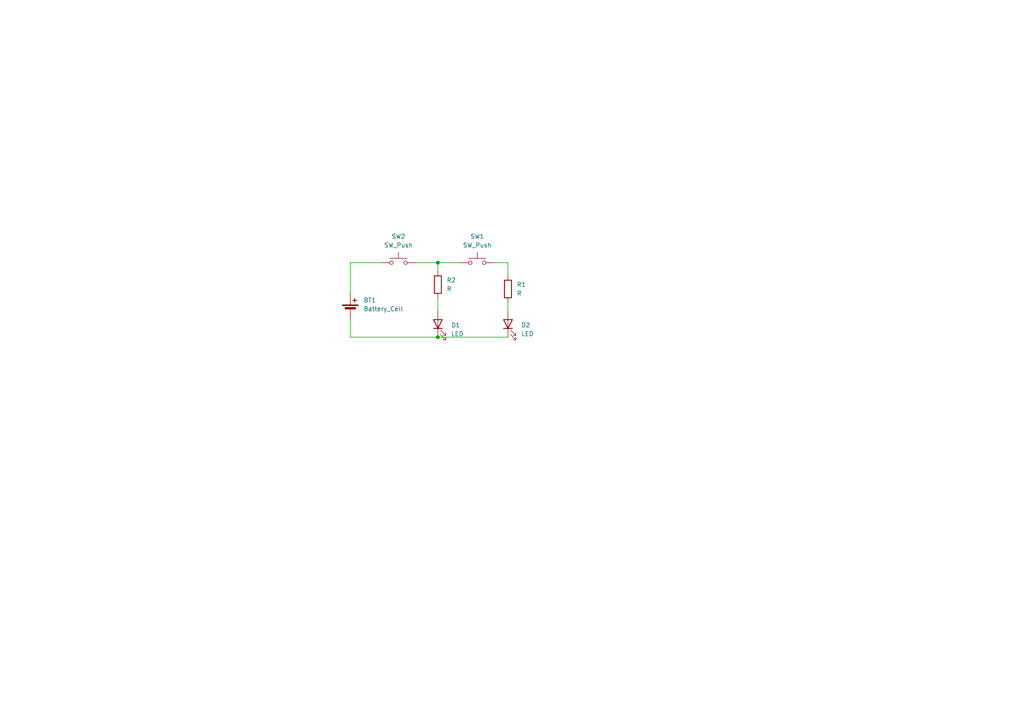
<source format=kicad_sch>
(kicad_sch
	(version 20250114)
	(generator "eeschema")
	(generator_version "9.0")
	(uuid "897f187c-2610-47d4-bf2b-66e1fd8d732f")
	(paper "A4")
	(lib_symbols
		(symbol "Device:Battery_Cell"
			(pin_numbers
				(hide yes)
			)
			(pin_names
				(offset 0)
				(hide yes)
			)
			(exclude_from_sim no)
			(in_bom yes)
			(on_board yes)
			(property "Reference" "BT"
				(at 2.54 2.54 0)
				(effects
					(font
						(size 1.27 1.27)
					)
					(justify left)
				)
			)
			(property "Value" "Battery_Cell"
				(at 2.54 0 0)
				(effects
					(font
						(size 1.27 1.27)
					)
					(justify left)
				)
			)
			(property "Footprint" ""
				(at 0 1.524 90)
				(effects
					(font
						(size 1.27 1.27)
					)
					(hide yes)
				)
			)
			(property "Datasheet" "~"
				(at 0 1.524 90)
				(effects
					(font
						(size 1.27 1.27)
					)
					(hide yes)
				)
			)
			(property "Description" "Single-cell battery"
				(at 0 0 0)
				(effects
					(font
						(size 1.27 1.27)
					)
					(hide yes)
				)
			)
			(property "ki_keywords" "battery cell"
				(at 0 0 0)
				(effects
					(font
						(size 1.27 1.27)
					)
					(hide yes)
				)
			)
			(symbol "Battery_Cell_0_1"
				(rectangle
					(start -2.286 1.778)
					(end 2.286 1.524)
					(stroke
						(width 0)
						(type default)
					)
					(fill
						(type outline)
					)
				)
				(rectangle
					(start -1.524 1.016)
					(end 1.524 0.508)
					(stroke
						(width 0)
						(type default)
					)
					(fill
						(type outline)
					)
				)
				(polyline
					(pts
						(xy 0 1.778) (xy 0 2.54)
					)
					(stroke
						(width 0)
						(type default)
					)
					(fill
						(type none)
					)
				)
				(polyline
					(pts
						(xy 0 0.762) (xy 0 0)
					)
					(stroke
						(width 0)
						(type default)
					)
					(fill
						(type none)
					)
				)
				(polyline
					(pts
						(xy 0.762 3.048) (xy 1.778 3.048)
					)
					(stroke
						(width 0.254)
						(type default)
					)
					(fill
						(type none)
					)
				)
				(polyline
					(pts
						(xy 1.27 3.556) (xy 1.27 2.54)
					)
					(stroke
						(width 0.254)
						(type default)
					)
					(fill
						(type none)
					)
				)
			)
			(symbol "Battery_Cell_1_1"
				(pin passive line
					(at 0 5.08 270)
					(length 2.54)
					(name "+"
						(effects
							(font
								(size 1.27 1.27)
							)
						)
					)
					(number "1"
						(effects
							(font
								(size 1.27 1.27)
							)
						)
					)
				)
				(pin passive line
					(at 0 -2.54 90)
					(length 2.54)
					(name "-"
						(effects
							(font
								(size 1.27 1.27)
							)
						)
					)
					(number "2"
						(effects
							(font
								(size 1.27 1.27)
							)
						)
					)
				)
			)
			(embedded_fonts no)
		)
		(symbol "Device:LED"
			(pin_numbers
				(hide yes)
			)
			(pin_names
				(offset 1.016)
				(hide yes)
			)
			(exclude_from_sim no)
			(in_bom yes)
			(on_board yes)
			(property "Reference" "D"
				(at 0 2.54 0)
				(effects
					(font
						(size 1.27 1.27)
					)
				)
			)
			(property "Value" "LED"
				(at 0 -2.54 0)
				(effects
					(font
						(size 1.27 1.27)
					)
				)
			)
			(property "Footprint" ""
				(at 0 0 0)
				(effects
					(font
						(size 1.27 1.27)
					)
					(hide yes)
				)
			)
			(property "Datasheet" "~"
				(at 0 0 0)
				(effects
					(font
						(size 1.27 1.27)
					)
					(hide yes)
				)
			)
			(property "Description" "Light emitting diode"
				(at 0 0 0)
				(effects
					(font
						(size 1.27 1.27)
					)
					(hide yes)
				)
			)
			(property "Sim.Pins" "1=K 2=A"
				(at 0 0 0)
				(effects
					(font
						(size 1.27 1.27)
					)
					(hide yes)
				)
			)
			(property "ki_keywords" "LED diode"
				(at 0 0 0)
				(effects
					(font
						(size 1.27 1.27)
					)
					(hide yes)
				)
			)
			(property "ki_fp_filters" "LED* LED_SMD:* LED_THT:*"
				(at 0 0 0)
				(effects
					(font
						(size 1.27 1.27)
					)
					(hide yes)
				)
			)
			(symbol "LED_0_1"
				(polyline
					(pts
						(xy -3.048 -0.762) (xy -4.572 -2.286) (xy -3.81 -2.286) (xy -4.572 -2.286) (xy -4.572 -1.524)
					)
					(stroke
						(width 0)
						(type default)
					)
					(fill
						(type none)
					)
				)
				(polyline
					(pts
						(xy -1.778 -0.762) (xy -3.302 -2.286) (xy -2.54 -2.286) (xy -3.302 -2.286) (xy -3.302 -1.524)
					)
					(stroke
						(width 0)
						(type default)
					)
					(fill
						(type none)
					)
				)
				(polyline
					(pts
						(xy -1.27 0) (xy 1.27 0)
					)
					(stroke
						(width 0)
						(type default)
					)
					(fill
						(type none)
					)
				)
				(polyline
					(pts
						(xy -1.27 -1.27) (xy -1.27 1.27)
					)
					(stroke
						(width 0.254)
						(type default)
					)
					(fill
						(type none)
					)
				)
				(polyline
					(pts
						(xy 1.27 -1.27) (xy 1.27 1.27) (xy -1.27 0) (xy 1.27 -1.27)
					)
					(stroke
						(width 0.254)
						(type default)
					)
					(fill
						(type none)
					)
				)
			)
			(symbol "LED_1_1"
				(pin passive line
					(at -3.81 0 0)
					(length 2.54)
					(name "K"
						(effects
							(font
								(size 1.27 1.27)
							)
						)
					)
					(number "1"
						(effects
							(font
								(size 1.27 1.27)
							)
						)
					)
				)
				(pin passive line
					(at 3.81 0 180)
					(length 2.54)
					(name "A"
						(effects
							(font
								(size 1.27 1.27)
							)
						)
					)
					(number "2"
						(effects
							(font
								(size 1.27 1.27)
							)
						)
					)
				)
			)
			(embedded_fonts no)
		)
		(symbol "Device:R"
			(pin_numbers
				(hide yes)
			)
			(pin_names
				(offset 0)
			)
			(exclude_from_sim no)
			(in_bom yes)
			(on_board yes)
			(property "Reference" "R"
				(at 2.032 0 90)
				(effects
					(font
						(size 1.27 1.27)
					)
				)
			)
			(property "Value" "R"
				(at 0 0 90)
				(effects
					(font
						(size 1.27 1.27)
					)
				)
			)
			(property "Footprint" ""
				(at -1.778 0 90)
				(effects
					(font
						(size 1.27 1.27)
					)
					(hide yes)
				)
			)
			(property "Datasheet" "~"
				(at 0 0 0)
				(effects
					(font
						(size 1.27 1.27)
					)
					(hide yes)
				)
			)
			(property "Description" "Resistor"
				(at 0 0 0)
				(effects
					(font
						(size 1.27 1.27)
					)
					(hide yes)
				)
			)
			(property "ki_keywords" "R res resistor"
				(at 0 0 0)
				(effects
					(font
						(size 1.27 1.27)
					)
					(hide yes)
				)
			)
			(property "ki_fp_filters" "R_*"
				(at 0 0 0)
				(effects
					(font
						(size 1.27 1.27)
					)
					(hide yes)
				)
			)
			(symbol "R_0_1"
				(rectangle
					(start -1.016 -2.54)
					(end 1.016 2.54)
					(stroke
						(width 0.254)
						(type default)
					)
					(fill
						(type none)
					)
				)
			)
			(symbol "R_1_1"
				(pin passive line
					(at 0 3.81 270)
					(length 1.27)
					(name "~"
						(effects
							(font
								(size 1.27 1.27)
							)
						)
					)
					(number "1"
						(effects
							(font
								(size 1.27 1.27)
							)
						)
					)
				)
				(pin passive line
					(at 0 -3.81 90)
					(length 1.27)
					(name "~"
						(effects
							(font
								(size 1.27 1.27)
							)
						)
					)
					(number "2"
						(effects
							(font
								(size 1.27 1.27)
							)
						)
					)
				)
			)
			(embedded_fonts no)
		)
		(symbol "Switch:SW_Push"
			(pin_numbers
				(hide yes)
			)
			(pin_names
				(offset 1.016)
				(hide yes)
			)
			(exclude_from_sim no)
			(in_bom yes)
			(on_board yes)
			(property "Reference" "SW"
				(at 1.27 2.54 0)
				(effects
					(font
						(size 1.27 1.27)
					)
					(justify left)
				)
			)
			(property "Value" "SW_Push"
				(at 0 -1.524 0)
				(effects
					(font
						(size 1.27 1.27)
					)
				)
			)
			(property "Footprint" ""
				(at 0 5.08 0)
				(effects
					(font
						(size 1.27 1.27)
					)
					(hide yes)
				)
			)
			(property "Datasheet" "~"
				(at 0 5.08 0)
				(effects
					(font
						(size 1.27 1.27)
					)
					(hide yes)
				)
			)
			(property "Description" "Push button switch, generic, two pins"
				(at 0 0 0)
				(effects
					(font
						(size 1.27 1.27)
					)
					(hide yes)
				)
			)
			(property "ki_keywords" "switch normally-open pushbutton push-button"
				(at 0 0 0)
				(effects
					(font
						(size 1.27 1.27)
					)
					(hide yes)
				)
			)
			(symbol "SW_Push_0_1"
				(circle
					(center -2.032 0)
					(radius 0.508)
					(stroke
						(width 0)
						(type default)
					)
					(fill
						(type none)
					)
				)
				(polyline
					(pts
						(xy 0 1.27) (xy 0 3.048)
					)
					(stroke
						(width 0)
						(type default)
					)
					(fill
						(type none)
					)
				)
				(circle
					(center 2.032 0)
					(radius 0.508)
					(stroke
						(width 0)
						(type default)
					)
					(fill
						(type none)
					)
				)
				(polyline
					(pts
						(xy 2.54 1.27) (xy -2.54 1.27)
					)
					(stroke
						(width 0)
						(type default)
					)
					(fill
						(type none)
					)
				)
				(pin passive line
					(at -5.08 0 0)
					(length 2.54)
					(name "1"
						(effects
							(font
								(size 1.27 1.27)
							)
						)
					)
					(number "1"
						(effects
							(font
								(size 1.27 1.27)
							)
						)
					)
				)
				(pin passive line
					(at 5.08 0 180)
					(length 2.54)
					(name "2"
						(effects
							(font
								(size 1.27 1.27)
							)
						)
					)
					(number "2"
						(effects
							(font
								(size 1.27 1.27)
							)
						)
					)
				)
			)
			(embedded_fonts no)
		)
	)
	(junction
		(at 127 76.2)
		(diameter 0)
		(color 0 0 0 0)
		(uuid "36a85097-b60e-4269-9794-3c94df28cc73")
	)
	(junction
		(at 127 97.79)
		(diameter 0)
		(color 0 0 0 0)
		(uuid "f26f5cb8-5f0f-4be5-9bfc-d83dae96e077")
	)
	(wire
		(pts
			(xy 127 76.2) (xy 133.35 76.2)
		)
		(stroke
			(width 0)
			(type default)
		)
		(uuid "12c8cbc9-044e-47cd-a896-fe029eb792e6")
	)
	(wire
		(pts
			(xy 101.6 97.79) (xy 101.6 92.71)
		)
		(stroke
			(width 0)
			(type default)
		)
		(uuid "42181205-832e-46b5-8027-a1ac045fe26a")
	)
	(wire
		(pts
			(xy 127 76.2) (xy 127 78.74)
		)
		(stroke
			(width 0)
			(type default)
		)
		(uuid "464e9ec9-0bdf-4aef-8eb4-dc3b709d5f5e")
	)
	(wire
		(pts
			(xy 101.6 76.2) (xy 110.49 76.2)
		)
		(stroke
			(width 0)
			(type default)
		)
		(uuid "4c64613b-3a7b-4b1b-9af4-80d01d428fb8")
	)
	(wire
		(pts
			(xy 143.51 76.2) (xy 147.32 76.2)
		)
		(stroke
			(width 0)
			(type default)
		)
		(uuid "55b95d4f-2d8f-4b02-b240-62097e8b7c24")
	)
	(wire
		(pts
			(xy 101.6 85.09) (xy 101.6 76.2)
		)
		(stroke
			(width 0)
			(type default)
		)
		(uuid "616a06db-7c5d-42a7-9b66-94532555f2cf")
	)
	(wire
		(pts
			(xy 147.32 87.63) (xy 147.32 90.17)
		)
		(stroke
			(width 0)
			(type default)
		)
		(uuid "631f6935-e5dd-45b1-843a-78a7a8b951d7")
	)
	(wire
		(pts
			(xy 127 97.79) (xy 101.6 97.79)
		)
		(stroke
			(width 0)
			(type default)
		)
		(uuid "74193706-a2c4-4bb8-b0ec-039182ff4428")
	)
	(wire
		(pts
			(xy 127 86.36) (xy 127 90.17)
		)
		(stroke
			(width 0)
			(type default)
		)
		(uuid "a9311d11-65bb-4283-892f-83bd1c42deec")
	)
	(wire
		(pts
			(xy 147.32 76.2) (xy 147.32 80.01)
		)
		(stroke
			(width 0)
			(type default)
		)
		(uuid "c10a8c38-e100-40a1-8327-d9a36f156faa")
	)
	(wire
		(pts
			(xy 120.65 76.2) (xy 127 76.2)
		)
		(stroke
			(width 0)
			(type default)
		)
		(uuid "d99f1bb2-9212-471e-8f43-6af168c4b3c8")
	)
	(wire
		(pts
			(xy 127 97.79) (xy 147.32 97.79)
		)
		(stroke
			(width 0)
			(type default)
		)
		(uuid "db66af4c-29d1-47d9-b0d4-1491d715b6c0")
	)
	(symbol
		(lib_id "Device:LED")
		(at 127 93.98 90)
		(unit 1)
		(exclude_from_sim no)
		(in_bom yes)
		(on_board yes)
		(dnp no)
		(fields_autoplaced yes)
		(uuid "01af024c-f6cf-4dce-8ae9-330e3e12e183")
		(property "Reference" "D1"
			(at 130.81 94.2974 90)
			(effects
				(font
					(size 1.27 1.27)
				)
				(justify right)
			)
		)
		(property "Value" "LED"
			(at 130.81 96.8374 90)
			(effects
				(font
					(size 1.27 1.27)
				)
				(justify right)
			)
		)
		(property "Footprint" "LED_THT:LED_D5.0mm"
			(at 127 93.98 0)
			(effects
				(font
					(size 1.27 1.27)
				)
				(hide yes)
			)
		)
		(property "Datasheet" "~"
			(at 127 93.98 0)
			(effects
				(font
					(size 1.27 1.27)
				)
				(hide yes)
			)
		)
		(property "Description" "Light emitting diode"
			(at 127 93.98 0)
			(effects
				(font
					(size 1.27 1.27)
				)
				(hide yes)
			)
		)
		(property "Sim.Pins" "1=K 2=A"
			(at 127 93.98 0)
			(effects
				(font
					(size 1.27 1.27)
				)
				(hide yes)
			)
		)
		(pin "2"
			(uuid "15528752-1b30-45f1-8df9-4ea46c624601")
		)
		(pin "1"
			(uuid "465044a1-23db-444c-9b69-d041d5d12db9")
		)
		(instances
			(project ""
				(path "/897f187c-2610-47d4-bf2b-66e1fd8d732f"
					(reference "D1")
					(unit 1)
				)
			)
		)
	)
	(symbol
		(lib_id "Device:R")
		(at 147.32 83.82 180)
		(unit 1)
		(exclude_from_sim no)
		(in_bom yes)
		(on_board yes)
		(dnp no)
		(fields_autoplaced yes)
		(uuid "0d199228-fc58-41b7-af8d-e8ef386c5bda")
		(property "Reference" "R1"
			(at 149.86 82.5499 0)
			(effects
				(font
					(size 1.27 1.27)
				)
				(justify right)
			)
		)
		(property "Value" "R"
			(at 149.86 85.0899 0)
			(effects
				(font
					(size 1.27 1.27)
				)
				(justify right)
			)
		)
		(property "Footprint" "Resistor_THT:R_Axial_DIN0207_L6.3mm_D2.5mm_P7.62mm_Horizontal"
			(at 149.098 83.82 90)
			(effects
				(font
					(size 1.27 1.27)
				)
				(hide yes)
			)
		)
		(property "Datasheet" "~"
			(at 147.32 83.82 0)
			(effects
				(font
					(size 1.27 1.27)
				)
				(hide yes)
			)
		)
		(property "Description" "Resistor"
			(at 147.32 83.82 0)
			(effects
				(font
					(size 1.27 1.27)
				)
				(hide yes)
			)
		)
		(pin "1"
			(uuid "fb2a1107-23c1-460c-82cc-419f163863ba")
		)
		(pin "2"
			(uuid "5a813f0c-e2e2-40bf-97c9-c251eab21c36")
		)
		(instances
			(project ""
				(path "/897f187c-2610-47d4-bf2b-66e1fd8d732f"
					(reference "R1")
					(unit 1)
				)
			)
		)
	)
	(symbol
		(lib_id "Device:Battery_Cell")
		(at 101.6 90.17 0)
		(unit 1)
		(exclude_from_sim no)
		(in_bom yes)
		(on_board yes)
		(dnp no)
		(fields_autoplaced yes)
		(uuid "1c2d42f0-30b2-4653-a387-f07bdeeece4b")
		(property "Reference" "BT1"
			(at 105.41 87.0584 0)
			(effects
				(font
					(size 1.27 1.27)
				)
				(justify left)
			)
		)
		(property "Value" "Battery_Cell"
			(at 105.41 89.5984 0)
			(effects
				(font
					(size 1.27 1.27)
				)
				(justify left)
			)
		)
		(property "Footprint" "Battery:BatteryHolder_Keystone_3034_1x20mm"
			(at 101.6 88.646 90)
			(effects
				(font
					(size 1.27 1.27)
				)
				(hide yes)
			)
		)
		(property "Datasheet" "~"
			(at 101.6 88.646 90)
			(effects
				(font
					(size 1.27 1.27)
				)
				(hide yes)
			)
		)
		(property "Description" "Single-cell battery"
			(at 101.6 90.17 0)
			(effects
				(font
					(size 1.27 1.27)
				)
				(hide yes)
			)
		)
		(pin "1"
			(uuid "444f944f-80cc-4d17-9710-7bc117283476")
		)
		(pin "2"
			(uuid "61d3d799-2846-4922-8fa6-f1196ed14c0e")
		)
		(instances
			(project ""
				(path "/897f187c-2610-47d4-bf2b-66e1fd8d732f"
					(reference "BT1")
					(unit 1)
				)
			)
		)
	)
	(symbol
		(lib_id "Switch:SW_Push")
		(at 138.43 76.2 0)
		(unit 1)
		(exclude_from_sim no)
		(in_bom yes)
		(on_board yes)
		(dnp no)
		(fields_autoplaced yes)
		(uuid "20d4fbf7-0ecd-4a58-9881-61d34223d2e7")
		(property "Reference" "SW1"
			(at 138.43 68.58 0)
			(effects
				(font
					(size 1.27 1.27)
				)
			)
		)
		(property "Value" "SW_Push"
			(at 138.43 71.12 0)
			(effects
				(font
					(size 1.27 1.27)
				)
			)
		)
		(property "Footprint" "Button_Switch_THT:SW_PUSH_6mm_H7.3mm"
			(at 138.43 71.12 0)
			(effects
				(font
					(size 1.27 1.27)
				)
				(hide yes)
			)
		)
		(property "Datasheet" "~"
			(at 138.43 71.12 0)
			(effects
				(font
					(size 1.27 1.27)
				)
				(hide yes)
			)
		)
		(property "Description" "Push button switch, generic, two pins"
			(at 138.43 76.2 0)
			(effects
				(font
					(size 1.27 1.27)
				)
				(hide yes)
			)
		)
		(pin "2"
			(uuid "9768d7cb-8e7d-4214-8d04-2f8171d4ad5b")
		)
		(pin "1"
			(uuid "31257a9f-8b95-40d1-8a99-c0f8e51ac037")
		)
		(instances
			(project ""
				(path "/897f187c-2610-47d4-bf2b-66e1fd8d732f"
					(reference "SW1")
					(unit 1)
				)
			)
		)
	)
	(symbol
		(lib_id "Switch:SW_Push")
		(at 115.57 76.2 0)
		(unit 1)
		(exclude_from_sim no)
		(in_bom yes)
		(on_board yes)
		(dnp no)
		(fields_autoplaced yes)
		(uuid "442513a5-13f2-481a-942a-8cae54152a43")
		(property "Reference" "SW2"
			(at 115.57 68.58 0)
			(effects
				(font
					(size 1.27 1.27)
				)
			)
		)
		(property "Value" "SW_Push"
			(at 115.57 71.12 0)
			(effects
				(font
					(size 1.27 1.27)
				)
			)
		)
		(property "Footprint" "Button_Switch_THT:SW_PUSH_6mm_H7.3mm"
			(at 115.57 71.12 0)
			(effects
				(font
					(size 1.27 1.27)
				)
				(hide yes)
			)
		)
		(property "Datasheet" "~"
			(at 115.57 71.12 0)
			(effects
				(font
					(size 1.27 1.27)
				)
				(hide yes)
			)
		)
		(property "Description" "Push button switch, generic, two pins"
			(at 115.57 76.2 0)
			(effects
				(font
					(size 1.27 1.27)
				)
				(hide yes)
			)
		)
		(pin "2"
			(uuid "8147d0f8-79a6-4a67-86a3-b71703cfb254")
		)
		(pin "1"
			(uuid "1102107e-fbc0-4c96-96c5-4431c639a7bf")
		)
		(instances
			(project ""
				(path "/897f187c-2610-47d4-bf2b-66e1fd8d732f"
					(reference "SW2")
					(unit 1)
				)
			)
		)
	)
	(symbol
		(lib_id "Device:R")
		(at 127 82.55 180)
		(unit 1)
		(exclude_from_sim no)
		(in_bom yes)
		(on_board yes)
		(dnp no)
		(fields_autoplaced yes)
		(uuid "7b235213-df4f-4fb1-a8e9-d193359d836a")
		(property "Reference" "R2"
			(at 129.54 81.2799 0)
			(effects
				(font
					(size 1.27 1.27)
				)
				(justify right)
			)
		)
		(property "Value" "R"
			(at 129.54 83.8199 0)
			(effects
				(font
					(size 1.27 1.27)
				)
				(justify right)
			)
		)
		(property "Footprint" "Resistor_THT:R_Axial_DIN0207_L6.3mm_D2.5mm_P7.62mm_Horizontal"
			(at 128.778 82.55 90)
			(effects
				(font
					(size 1.27 1.27)
				)
				(hide yes)
			)
		)
		(property "Datasheet" "~"
			(at 127 82.55 0)
			(effects
				(font
					(size 1.27 1.27)
				)
				(hide yes)
			)
		)
		(property "Description" "Resistor"
			(at 127 82.55 0)
			(effects
				(font
					(size 1.27 1.27)
				)
				(hide yes)
			)
		)
		(pin "2"
			(uuid "6e88cd81-b200-4d07-a57c-3fba974fa09d")
		)
		(pin "1"
			(uuid "dc056f6a-76ae-4ed7-a3f3-3ab7ec94cd59")
		)
		(instances
			(project ""
				(path "/897f187c-2610-47d4-bf2b-66e1fd8d732f"
					(reference "R2")
					(unit 1)
				)
			)
		)
	)
	(symbol
		(lib_id "Device:LED")
		(at 147.32 93.98 90)
		(unit 1)
		(exclude_from_sim no)
		(in_bom yes)
		(on_board yes)
		(dnp no)
		(fields_autoplaced yes)
		(uuid "95539d89-7000-412e-bf4a-e9d85ae5303a")
		(property "Reference" "D2"
			(at 151.13 94.2974 90)
			(effects
				(font
					(size 1.27 1.27)
				)
				(justify right)
			)
		)
		(property "Value" "LED"
			(at 151.13 96.8374 90)
			(effects
				(font
					(size 1.27 1.27)
				)
				(justify right)
			)
		)
		(property "Footprint" "LED_THT:LED_D5.0mm"
			(at 147.32 93.98 0)
			(effects
				(font
					(size 1.27 1.27)
				)
				(hide yes)
			)
		)
		(property "Datasheet" "~"
			(at 147.32 93.98 0)
			(effects
				(font
					(size 1.27 1.27)
				)
				(hide yes)
			)
		)
		(property "Description" "Light emitting diode"
			(at 147.32 93.98 0)
			(effects
				(font
					(size 1.27 1.27)
				)
				(hide yes)
			)
		)
		(property "Sim.Pins" "1=K 2=A"
			(at 147.32 93.98 0)
			(effects
				(font
					(size 1.27 1.27)
				)
				(hide yes)
			)
		)
		(pin "1"
			(uuid "00af762f-15eb-42ea-9c61-ed74e561245d")
		)
		(pin "2"
			(uuid "d6d24f68-cdac-4d46-8a6b-7c8168cfd0d1")
		)
		(instances
			(project ""
				(path "/897f187c-2610-47d4-bf2b-66e1fd8d732f"
					(reference "D2")
					(unit 1)
				)
			)
		)
	)
	(sheet_instances
		(path "/"
			(page "1")
		)
	)
	(embedded_fonts no)
)

</source>
